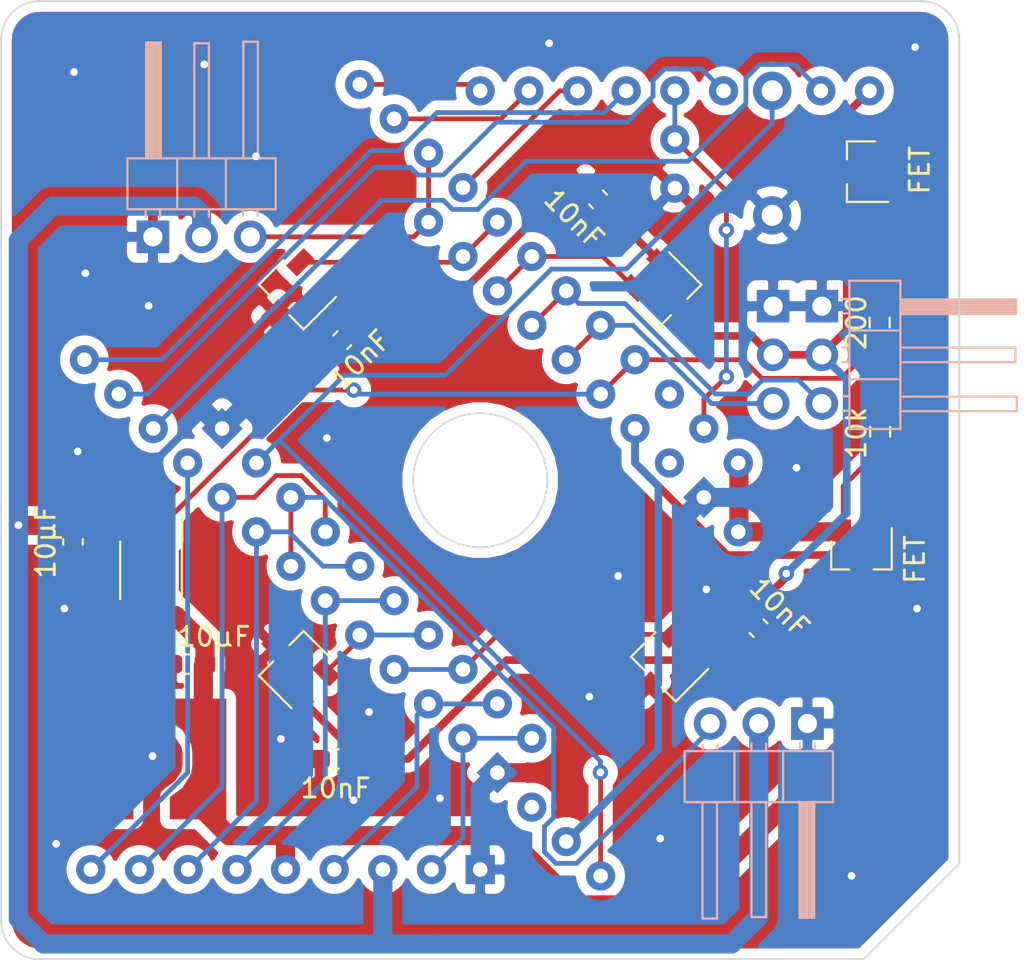
<source format=kicad_pcb>
(kicad_pcb (version 20171130) (host pcbnew 5.1.10-88a1d61d58~88~ubuntu18.04.1)
  (layers (0 F.Cu signal) (31 B.Cu signal) (34 B.Paste user) (35 F.Paste user) (36 B.SilkS user) (37 F.SilkS user) (38 B.Mask user) (39 F.Mask user) (44 Edge.Cuts user))
  (net 0 "")
  (net 1 "Net-(L1-Pad1)")
  (net 2 "Net-(U1-Pad3)")
  (net 3 "Net-(U1-Pad2)")
  (net 4 "Net-(U2-Pad26)")
  (net 5 "Net-(U2-Pad3)")
  (net 6 "Net-(U3-Pad18)")
  (net 7 GND)
  (net 8 HallLeft)
  (net 9 HallRear)
  (net 10 HallRight)
  (net 11 HallFront)
  (net 12 5V_Rail)
  (net 13 ServoFront)
  (net 14 ServoRear)
  (net 15 LidarFront)
  (net 16 PWR_EN)
  (net 17 LidarRear)
  (net 18 "Net-(Q1-Pad1)")
  (net 19 VBAT_Drain)
  (net 20 3V3_Drain)
  (net 21 3V3_Source)
  (net 22 VBAT_Source)
  (net 23 DAC1)
  (net 24 DAC2)
  (net 25 GPIO21)
  (net 26 TX)
  (net 27 RX)
  (net 28 MISO)
  (net 29 MOSI)
  (net 30 SCK)
  (net 31 GPIO36)
  (net 32 EN)
  (net 33 GPIO32)
  (net 34 SCL)
  (net 35 SDA)
  (net 36 Reset)
  (module 222footprints:XpansionHeader (layer F.Cu) (at 100 100)
    (fp_text reference X1 hide)
    (fp_text value XpansionHeader hide)
    (pad 52 thru_hole circle (at 10.16 -15.24) (size 1.524 1.524) (drill 0.762) (layers *.Cu *.Mask) (net 7 GND))
    (pad 51 thru_hole circle (at 10.16 -17.78) (size 1.524 1.524) (drill 0.762) (layers *.Cu *.Mask) (net 32 EN))
    (pad 31 thru_hole circle (at 15.24 -13.82) (size 2 2) (drill 1.1) (layers *.Cu *.Mask) (net 7 GND))
    (pad 2 thru_hole circle (at 17.78 -20.32) (size 1.524 1.524) (drill 0.762) (layers *.Cu *.Mask) (net 27 RX))
    (pad 9 thru_hole circle (at 0 -20.32) (size 1.524 1.524) (drill 0.762) (layers *.Cu *.Mask) (net 35 SDA))
    (pad 8 thru_hole circle (at 2.54 -20.32) (size 1.524 1.524) (drill 0.762) (layers *.Cu *.Mask) (net 34 SCL))
    (pad 7 thru_hole circle (at 5.08 -20.32) (size 1.524 1.524) (drill 0.762) (layers *.Cu *.Mask) (net 33 GPIO32))
    (pad 6 thru_hole circle (at 7.62 -20.32) (size 1.524 1.524) (drill 0.762) (layers *.Cu *.Mask) (net 25 GPIO21))
    (pad 5 thru_hole circle (at 10.16 -20.32) (size 1.524 1.524) (drill 0.762) (layers *.Cu *.Mask) (net 32 EN))
    (pad 4 thru_hole circle (at 12.7 -20.32) (size 1.524 1.524) (drill 0.762) (layers *.Cu *.Mask) (net 26 TX))
    (pad 3 thru_hole circle (at 15.24 -20.32) (size 2 2) (drill 1.1) (layers *.Cu *.Mask) (net 36 Reset))
    (pad 1 thru_hole circle (at 20.32 -20.32) (size 1.524 1.524) (drill 0.762) (layers *.Cu *.Mask) (net 20 3V3_Drain))
    (pad 10 thru_hole rect (at 0 20.32 90) (size 1.524 1.524) (drill 0.762) (layers *.Cu *.Mask) (net 7 GND))
    (pad 11 thru_hole circle (at -2.54 20.32) (size 1.524 1.524) (drill 0.762) (layers *.Cu *.Mask) (net 24 DAC2))
    (pad 12 thru_hole circle (at -5.08 20.32 90) (size 1.524 1.524) (drill 0.762) (layers *.Cu *.Mask) (net 12 5V_Rail))
    (pad 13 thru_hole circle (at -7.62 20.32) (size 1.524 1.524) (drill 0.762) (layers *.Cu *.Mask) (net 23 DAC1))
    (pad 14 thru_hole circle (at -10.16 20.32) (size 1.524 1.524) (drill 0.762) (layers *.Cu *.Mask) (net 19 VBAT_Drain))
    (pad 15 thru_hole circle (at -12.7 20.32) (size 1.524 1.524) (drill 0.762) (layers *.Cu *.Mask) (net 31 GPIO36))
    (pad 16 thru_hole circle (at -15.24 20.32) (size 1.524 1.524) (drill 0.762) (layers *.Cu *.Mask) (net 30 SCK))
    (pad 17 thru_hole circle (at -17.78 20.32) (size 1.524 1.524) (drill 0.762) (layers *.Cu *.Mask) (net 29 MOSI))
    (pad 18 thru_hole circle (at -20.32 20.32) (size 1.524 1.524) (drill 0.762) (layers *.Cu *.Mask) (net 28 MISO))
  )
  (module 222footprints:SOT-23_Handsolder (layer F.Cu) (at 119.9 103.9 270)
    (fp_text reference Q2)
    (fp_text value FET (at 0.24 -2.782 90) (layer F.SilkS))
    (pad 3 smd rect (at 1.2 0 270) (size 1.3 0.8) (layers F.Cu F.Paste F.Mask) (net 19 VBAT_Drain))
    (pad 2 smd rect (at -1.2 0.95 270) (size 1.3 0.8) (layers F.Cu F.Paste F.Mask) (net 22 VBAT_Source))
    (pad 1 smd rect (at -1.2 -0.95 270) (size 1.3 0.8) (layers F.Cu F.Paste F.Mask) (net 18 "Net-(Q1-Pad1)"))
  )
  (module Resistor_SMD:R_0603_1608Metric_Pad0.98x0.95mm_HandSolder (layer F.Cu) (at 120.85 91.775 90)
    (fp_text reference R2)
    (fp_text value 200 (at 0 -1.216 90) (layer F.SilkS))
    (pad 2 smd roundrect (at 0.9125 0 90) (size 0.975 0.95) (layers F.Cu F.Paste F.Mask) (net 18 "Net-(Q1-Pad1)"))
    (pad 1 smd roundrect (at -0.9125 0 90) (size 0.975 0.95) (layers F.Cu F.Paste F.Mask) (net 16 PWR_EN))
  )
  (module 222footprints:PinHeader_Servo (layer B.Cu) (at 115.29 96)
    (fp_text reference J4)
    (fp_text value Conn_01x03)
    (pad 3 thru_hole circle (at 0 0) (size 1.7 1.7) (drill 1) (layers *.Cu *.Mask) (net 17 LidarRear))
    (pad 2 thru_hole oval (at 0 -2.54) (size 1.7 1.7) (drill 1) (layers *.Cu *.Mask) (net 20 3V3_Drain))
    (pad 1 thru_hole rect (at 0 -5.08) (size 1.7 1.7) (drill 1) (layers *.Cu *.Mask) (net 7 GND))
  )
  (module 222footprints:PinHeader_Servo (layer B.Cu) (at 117.83 96)
    (fp_text reference J3 hide)
    (fp_text value Conn_01x03)
    (pad 3 thru_hole circle (at 0 0) (size 1.7 1.7) (drill 1) (layers *.Cu *.Mask) (net 15 LidarFront))
    (pad 2 thru_hole oval (at 0 -2.54) (size 1.7 1.7) (drill 1) (layers *.Cu *.Mask) (net 20 3V3_Drain))
    (pad 1 thru_hole rect (at 0 -5.08) (size 1.7 1.7) (drill 1) (layers *.Cu *.Mask) (net 7 GND))
  )
  (module 222footprints:710-744052005 (layer F.Cu) (at 82.85 114.55 90)
    (fp_text reference L1)
    (fp_text value L)
    (pad 2 smd custom (at 0 2.7 270) (size 6.3 0.95) (layers F.Cu F.Paste F.Mask) (net 19 VBAT_Drain) (options (clearance outline) (anchor rect)) (primitives (gr_poly (pts (xy -1.984 1.75) (xy -1.499 1.089) (xy -0.805 0.65) (xy 0 0.5) (xy 0.805 0.65) (xy 1.499 1.089) (xy 1.984 1.75) (xy 3.15 1.75) (xy 3.15 -1.2) (xy -3.15 -1.2) (xy -3.15 1.75)) (width 0))))
    (pad 1 smd custom (at 0 -2.7 90) (size 6.3 0.95) (layers F.Cu F.Paste F.Mask) (net 1 "Net-(L1-Pad1)") (options (clearance outline) (anchor rect)) (primitives (gr_poly (pts (xy -1.984 1.75) (xy -1.499 1.089) (xy -0.805 0.65) (xy 0 0.5) (xy 0.805 0.65) (xy 1.499 1.089) (xy 1.984 1.75) (xy 3.15 1.75) (xy 3.15 -1.2) (xy -3.15 -1.2) (xy -3.15 1.75)) (width 0))))
  )
  (module 222footprints:SC-59_Handsolder (layer F.Cu) (at 90.29 90.29 225)
    (fp_text reference U7)
    (fp_text value AH1815)
    (pad 3 smd rect (at 1.4 0 225) (size 1.3 0.8) (layers F.Cu F.Paste F.Mask) (net 7 GND))
    (pad 2 smd rect (at -1.4 0.95 225) (size 1.3 0.8) (layers F.Cu F.Paste F.Mask) (net 8 HallLeft))
    (pad 1 smd rect (at -1.4 -0.95 225) (size 1.3 0.8) (layers F.Cu F.Paste F.Mask) (net 20 3V3_Drain))
  )
  (module 222footprints:SC-59_Handsolder (layer F.Cu) (at 109.71 90.29 315)
    (fp_text reference U6)
    (fp_text value AH1815)
    (pad 3 smd rect (at 1.4 0 315) (size 1.3 0.8) (layers F.Cu F.Paste F.Mask) (net 7 GND))
    (pad 2 smd rect (at -1.4 0.95 315) (size 1.3 0.8) (layers F.Cu F.Paste F.Mask) (net 9 HallRear))
    (pad 1 smd rect (at -1.4 -0.95 315) (size 1.3 0.8) (layers F.Cu F.Paste F.Mask) (net 20 3V3_Drain))
  )
  (module 222footprints:SC-59_Handsolder (layer F.Cu) (at 109.71 109.71 225)
    (fp_text reference U5)
    (fp_text value AH1815)
    (pad 3 smd rect (at 1.4 0 225) (size 1.3 0.8) (layers F.Cu F.Paste F.Mask) (net 7 GND))
    (pad 2 smd rect (at -1.4 0.95 225) (size 1.3 0.8) (layers F.Cu F.Paste F.Mask) (net 10 HallRight))
    (pad 1 smd rect (at -1.4 -0.95 225) (size 1.3 0.8) (layers F.Cu F.Paste F.Mask) (net 20 3V3_Drain))
  )
  (module 222footprints:SC-59_Handsolder (layer F.Cu) (at 90.29 109.71 135)
    (fp_text reference U4)
    (fp_text value AH1815)
    (pad 3 smd rect (at 1.4 0 135) (size 1.3 0.8) (layers F.Cu F.Paste F.Mask) (net 7 GND))
    (pad 2 smd rect (at -1.4 0.95 135) (size 1.3 0.8) (layers F.Cu F.Paste F.Mask) (net 11 HallFront))
    (pad 1 smd rect (at -1.4 -0.95 135) (size 1.3 0.8) (layers F.Cu F.Paste F.Mask) (net 20 3V3_Drain))
  )
  (module 222footprints:MSOP-8_Handsolder (layer F.Cu) (at 82.8221 104.7075 270)
    (fp_text reference U1)
    (fp_text value MCP1642B)
    (pad 9 smd rect (at 0 0 270) (size 1.68 1.88) (layers F.Cu F.Mask))
    (pad 8 smd roundrect (at 2.35 -0.975 270) (size 1.85 0.4) (layers F.Cu F.Paste F.Mask) (net 19 VBAT_Drain))
    (pad 7 smd roundrect (at 2.35 -0.325 270) (size 1.85 0.4) (layers F.Cu F.Paste F.Mask) (net 7 GND))
    (pad 6 smd roundrect (at 2.35 0.325 270) (size 1.85 0.4) (layers F.Cu F.Paste F.Mask) (net 7 GND))
    (pad 5 smd roundrect (at 2.35 0.975 270) (size 1.85 0.4) (layers F.Cu F.Paste F.Mask) (net 1 "Net-(L1-Pad1)"))
    (pad 4 smd roundrect (at -2.35 0.975 270) (size 1.85 0.4) (layers F.Cu F.Paste F.Mask) (net 12 5V_Rail))
    (pad 3 smd roundrect (at -2.35 0.325 270) (size 1.85 0.4) (layers F.Cu F.Paste F.Mask) (net 2 "Net-(U1-Pad3)"))
    (pad 2 smd roundrect (at -2.35 -0.325 270) (size 1.85 0.4) (layers F.Cu F.Paste F.Mask) (net 3 "Net-(U1-Pad2)"))
    (pad 1 smd roundrect (at -2.35 -0.975 270) (size 1.85 0.4) (layers F.Cu F.Paste F.Mask) (net 16 PWR_EN))
  )
  (module 222footprints:SOT-23_Handsolder (layer F.Cu) (at 119.9 83.9 180)
    (fp_text reference Q1)
    (fp_text value FET (at -3.036 0.08 270) (layer F.SilkS))
    (pad 1 smd rect (at -1.2 -0.95 180) (size 1.3 0.8) (layers F.Cu F.Paste F.Mask) (net 18 "Net-(Q1-Pad1)"))
    (pad 2 smd rect (at -1.2 0.95 180) (size 1.3 0.8) (layers F.Cu F.Paste F.Mask) (net 21 3V3_Source))
    (pad 3 smd rect (at 1.2 0 180) (size 1.3 0.8) (layers F.Cu F.Paste F.Mask) (net 20 3V3_Drain))
  )
  (module 222footprints:HUZZAH32 (layer F.Cu) (at 100 100 225)
    (fp_text reference U2 hide)
    (fp_text value HUZZAH32 hide)
    (pad 28 thru_hole circle (at -10.16 -8.89 225) (size 1.524 1.524) (drill 0.762) (layers *.Cu *.Mask) (net 22 VBAT_Source))
    (pad 27 thru_hole circle (at -10.16 -6.35 225) (size 1.524 1.524) (drill 0.762) (layers *.Cu *.Mask) (net 32 EN))
    (pad 26 thru_hole circle (at -10.16 -3.81 225) (size 1.524 1.524) (drill 0.762) (layers *.Cu *.Mask) (net 4 "Net-(U2-Pad26)"))
    (pad 25 thru_hole circle (at -10.16 -1.27 225) (size 1.524 1.524) (drill 0.762) (layers *.Cu *.Mask) (net 16 PWR_EN))
    (pad 24 thru_hole circle (at -10.16 1.27 225) (size 1.524 1.524) (drill 0.762) (layers *.Cu *.Mask) (net 17 LidarRear))
    (pad 23 thru_hole circle (at -10.16 3.81 225) (size 1.524 1.524) (drill 0.762) (layers *.Cu *.Mask) (net 15 LidarFront))
    (pad 22 thru_hole circle (at -10.16 6.35 225) (size 1.524 1.524) (drill 0.762) (layers *.Cu *.Mask) (net 9 HallRear))
    (pad 21 thru_hole circle (at -10.16 8.89 225) (size 1.524 1.524) (drill 0.762) (layers *.Cu *.Mask) (net 8 HallLeft))
    (pad 20 thru_hole circle (at -10.16 11.43 225) (size 1.524 1.524) (drill 0.762) (layers *.Cu *.Mask) (net 33 GPIO32))
    (pad 19 thru_hole circle (at -10.16 13.97 225) (size 1.524 1.524) (drill 0.762) (layers *.Cu *.Mask) (net 13 ServoFront))
    (pad 18 thru_hole circle (at -10.16 16.51 225) (size 1.524 1.524) (drill 0.762) (layers *.Cu *.Mask) (net 34 SCL))
    (pad 17 thru_hole circle (at -10.16 19.05 225) (size 1.524 1.524) (drill 0.762) (layers *.Cu *.Mask) (net 35 SDA))
    (pad 16 thru_hole circle (at 10.16 19.05 225) (size 1.524 1.524) (drill 0.762) (layers *.Cu *.Mask) (net 25 GPIO21))
    (pad 15 thru_hole circle (at 10.16 16.51 225) (size 1.524 1.524) (drill 0.762) (layers *.Cu *.Mask) (net 26 TX))
    (pad 14 thru_hole circle (at 10.16 13.97 225) (size 1.524 1.524) (drill 0.762) (layers *.Cu *.Mask) (net 27 RX))
    (pad 13 thru_hole circle (at 10.16 11.43 225) (size 1.524 1.524) (drill 0.762) (layers *.Cu *.Mask) (net 28 MISO))
    (pad 12 thru_hole circle (at 10.16 8.89 225) (size 1.524 1.524) (drill 0.762) (layers *.Cu *.Mask) (net 29 MOSI))
    (pad 11 thru_hole circle (at 10.16 6.35 225) (size 1.524 1.524) (drill 0.762) (layers *.Cu *.Mask) (net 30 SCK))
    (pad 10 thru_hole circle (at 10.16 3.81 225) (size 1.524 1.524) (drill 0.762) (layers *.Cu *.Mask) (net 14 ServoRear))
    (pad 9 thru_hole circle (at 10.16 1.27 225) (size 1.524 1.524) (drill 0.762) (layers *.Cu *.Mask) (net 31 GPIO36))
    (pad 8 thru_hole circle (at 10.16 -1.27 225) (size 1.524 1.524) (drill 0.762) (layers *.Cu *.Mask) (net 11 HallFront))
    (pad 7 thru_hole circle (at 10.16 -3.81 225) (size 1.524 1.524) (drill 0.762) (layers *.Cu *.Mask) (net 10 HallRight))
    (pad 6 thru_hole circle (at 10.16 -6.35 225) (size 1.524 1.524) (drill 0.762) (layers *.Cu *.Mask) (net 23 DAC1))
    (pad 5 thru_hole circle (at 10.16 -8.89 225) (size 1.524 1.524) (drill 0.762) (layers *.Cu *.Mask) (net 24 DAC2))
    (pad 4 thru_hole rect (at 10.16 -11.43 225) (size 1.524 1.524) (drill 0.762) (layers *.Cu *.Mask) (net 7 GND))
    (pad 3 thru_hole circle (at 10.16 -13.97 225) (size 1.524 1.524) (drill 0.762) (layers *.Cu *.Mask) (net 5 "Net-(U2-Pad3)"))
    (pad 2 thru_hole circle (at 10.16 -16.51 225) (size 1.524 1.524) (drill 0.762) (layers *.Cu *.Mask) (net 21 3V3_Source))
    (pad 1 thru_hole circle (at 10.16 -19.05 225) (size 1.524 1.524) (drill 0.762) (layers *.Cu *.Mask) (net 36 Reset))
  )
  (module Capacitor_SMD:C_0603_1608Metric_Pad1.08x0.95mm_HandSolder (layer F.Cu) (at 114.525 107.725 315)
    (fp_text reference C5 hide)
    (fp_text value 10nF (at 0 -1.55 135) (layer F.SilkS))
    (pad 2 smd roundrect (at 0.8625 0 315) (size 1.075 0.95) (layers F.Cu F.Paste F.Mask) (net 7 GND))
    (pad 1 smd roundrect (at -0.8625 0 315) (size 1.075 0.95) (layers F.Cu F.Paste F.Mask) (net 20 3V3_Drain))
  )
  (module 222footprints:PinHeader_Servo (layer B.Cu) (at 112 112.7 270)
    (fp_text reference J2 hide)
    (fp_text value Conn_01x03)
    (pad 3 thru_hole circle (at 0 0 270) (size 1.7 1.7) (drill 1) (layers *.Cu *.Mask) (net 14 ServoRear))
    (pad 2 thru_hole oval (at 0 -2.54 270) (size 1.7 1.7) (drill 1) (layers *.Cu *.Mask) (net 12 5V_Rail))
    (pad 1 thru_hole rect (at 0 -5.08 270) (size 1.7 1.7) (drill 1) (layers *.Cu *.Mask) (net 7 GND))
  )
  (module Resistor_SMD:R_0603_1608Metric_Pad0.98x0.95mm_HandSolder (layer F.Cu) (at 120.875 97.475 90)
    (fp_text reference R1)
    (fp_text value 10k (at -0.061 -1.241 90) (layer F.SilkS))
    (pad 2 smd roundrect (at 0.9125 0 90) (size 0.975 0.95) (layers F.Cu F.Paste F.Mask) (net 18 "Net-(Q1-Pad1)"))
    (pad 1 smd roundrect (at -0.9125 0 90) (size 0.975 0.95) (layers F.Cu F.Paste F.Mask) (net 22 VBAT_Source))
  )
  (module 222footprints:PinHeader_Servo (layer B.Cu) (at 88 87.3 90)
    (fp_text reference J1 hide)
    (fp_text value Conn_01x03)
    (pad 3 thru_hole circle (at 0 0 90) (size 1.7 1.7) (drill 1) (layers *.Cu *.Mask) (net 13 ServoFront))
    (pad 2 thru_hole oval (at 0 -2.54 90) (size 1.7 1.7) (drill 1) (layers *.Cu *.Mask) (net 12 5V_Rail))
    (pad 1 thru_hole rect (at 0 -5.08 90) (size 1.7 1.7) (drill 1) (layers *.Cu *.Mask) (net 7 GND))
  )
  (module 222footprints:Tinypico (layer F.Cu) (at 100 100 225)
    (fp_text reference U3 hide)
    (fp_text value Tinypico hide)
    (pad 1 thru_hole circle (at 7.62 -11.43 225) (size 1.524 1.524) (drill 0.762) (layers *.Cu *.Mask) (net 24 DAC2))
    (pad 2 thru_hole circle (at 7.62 -8.89 225) (size 1.524 1.524) (drill 0.762) (layers *.Cu *.Mask) (net 23 DAC1))
    (pad 3 thru_hole circle (at 7.62 -6.35 225) (size 1.524 1.524) (drill 0.762) (layers *.Cu *.Mask) (net 10 HallRight))
    (pad 4 thru_hole circle (at 7.62 -3.81 225) (size 1.524 1.524) (drill 0.762) (layers *.Cu *.Mask) (net 11 HallFront))
    (pad 5 thru_hole circle (at 7.62 -1.27 225) (size 1.524 1.524) (drill 0.762) (layers *.Cu *.Mask) (net 31 GPIO36))
    (pad 6 thru_hole circle (at 7.62 1.27 225) (size 1.524 1.524) (drill 0.762) (layers *.Cu *.Mask) (net 30 SCK))
    (pad 7 thru_hole circle (at 7.62 3.81 225) (size 1.524 1.524) (drill 0.762) (layers *.Cu *.Mask) (net 29 MOSI))
    (pad 8 thru_hole circle (at 7.62 6.35 225) (size 1.524 1.524) (drill 0.762) (layers *.Cu *.Mask) (net 14 ServoRear))
    (pad 9 thru_hole circle (at 7.62 8.89 225) (size 1.524 1.524) (drill 0.762) (layers *.Cu *.Mask) (net 36 Reset))
    (pad 10 thru_hole rect (at 7.62 11.43 225) (size 1.524 1.524) (drill 0.762) (layers *.Cu *.Mask) (net 7 GND))
    (pad 11 thru_hole circle (at -7.62 11.43 225) (size 1.524 1.524) (drill 0.762) (layers *.Cu *.Mask) (net 13 ServoFront))
    (pad 12 thru_hole circle (at -7.62 8.89 225) (size 1.524 1.524) (drill 0.762) (layers *.Cu *.Mask) (net 8 HallLeft))
    (pad 13 thru_hole circle (at -7.62 6.35 225) (size 1.524 1.524) (drill 0.762) (layers *.Cu *.Mask) (net 9 HallRear))
    (pad 14 thru_hole circle (at -7.62 3.81 225) (size 1.524 1.524) (drill 0.762) (layers *.Cu *.Mask) (net 15 LidarFront))
    (pad 15 thru_hole circle (at -7.62 1.27 225) (size 1.524 1.524) (drill 0.762) (layers *.Cu *.Mask) (net 17 LidarRear))
    (pad 16 thru_hole circle (at -7.62 -1.27 225) (size 1.524 1.524) (drill 0.762) (layers *.Cu *.Mask) (net 16 PWR_EN))
    (pad 17 thru_hole circle (at -7.62 -3.81 225) (size 1.524 1.524) (drill 0.762) (layers *.Cu *.Mask) (net 21 3V3_Source))
    (pad 18 thru_hole circle (at -7.62 -6.35 225) (size 1.524 1.524) (drill 0.762) (layers *.Cu *.Mask) (net 6 "Net-(U3-Pad18)"))
    (pad 19 thru_hole rect (at -7.62 -8.89 225) (size 1.524 1.524) (drill 0.762) (layers *.Cu *.Mask) (net 7 GND))
    (pad 20 thru_hole circle (at -7.62 -11.43 225) (size 1.524 1.524) (drill 0.762) (layers *.Cu *.Mask) (net 22 VBAT_Source))
  )
  (module Capacitor_SMD:C_0603_1608Metric_Pad1.08x0.95mm_HandSolder (layer F.Cu) (at 92.8 92.7 225)
    (fp_text reference C11 hide)
    (fp_text value 10nF (at 0.05 -1.4 45) (layer F.SilkS))
    (pad 2 smd roundrect (at 0.8625 0 225) (size 1.075 0.95) (layers F.Cu F.Paste F.Mask) (net 7 GND))
    (pad 1 smd roundrect (at -0.8625 0 225) (size 1.075 0.95) (layers F.Cu F.Paste F.Mask) (net 20 3V3_Drain))
  )
  (module Capacitor_SMD:C_0603_1608Metric_Pad1.08x0.95mm_HandSolder (layer F.Cu) (at 92.475 114.55 180)
    (fp_text reference C9 hide)
    (fp_text value 10nF (at 0.019 -1.528) (layer F.SilkS))
    (pad 2 smd roundrect (at 0.8625 0 180) (size 1.075 0.95) (layers F.Cu F.Paste F.Mask) (net 7 GND))
    (pad 1 smd roundrect (at -0.8625 0 180) (size 1.075 0.95) (layers F.Cu F.Paste F.Mask) (net 20 3V3_Drain))
  )
  (module Capacitor_SMD:C_0603_1608Metric_Pad1.08x0.95mm_HandSolder (layer F.Cu) (at 106.15 85.35 135)
    (fp_text reference C7 hide)
    (fp_text value 10nF (at 0.168291 -1.596647 135) (layer F.SilkS))
    (pad 2 smd roundrect (at 0.8625 0 135) (size 1.075 0.95) (layers F.Cu F.Paste F.Mask) (net 7 GND))
    (pad 1 smd roundrect (at -0.8625 0 135) (size 1.075 0.95) (layers F.Cu F.Paste F.Mask) (net 20 3V3_Drain))
  )
  (module Capacitor_SMD:C_0603_1608Metric_Pad1.08x0.95mm_HandSolder (layer F.Cu) (at 78.75 103.225 270)
    (fp_text reference C2 hide)
    (fp_text value 10μF (at 0 1.43 90) (layer F.SilkS))
    (pad 2 smd roundrect (at 0.8625 0 270) (size 1.075 0.95) (layers F.Cu F.Paste F.Mask) (net 7 GND))
    (pad 1 smd roundrect (at -0.8625 0 270) (size 1.075 0.95) (layers F.Cu F.Paste F.Mask) (net 12 5V_Rail))
  )
  (module Capacitor_SMD:C_0603_1608Metric_Pad1.08x0.95mm_HandSolder (layer F.Cu) (at 84.775 109.6 180)
    (fp_text reference C1 hide)
    (fp_text value 10μF (at -1.331 1.43) (layer F.SilkS))
    (pad 2 smd roundrect (at 0.8625 0 180) (size 1.075 0.95) (layers F.Cu F.Paste F.Mask) (net 7 GND))
    (pad 1 smd roundrect (at -0.8625 0 180) (size 1.075 0.95) (layers F.Cu F.Paste F.Mask) (net 19 VBAT_Drain))
  )
  (gr_line (start 120 125) (end 125 120) (layer Edge.Cuts) (width 0.1))
  (gr_arc (start 77 123) (end 75 123) (angle -90) (layer Edge.Cuts) (width 0.1))
  (gr_arc (start 123 77) (end 125 77) (angle -90) (layer Edge.Cuts) (width 0.1))
  (gr_arc (start 77 77) (end 77 75) (angle -90) (layer Edge.Cuts) (width 0.1))
  (gr_circle (center 100 100) (end 103.5 100) (layer Edge.Cuts) (width 0.1))
  (gr_line (start 75 123) (end 75 77) (layer Edge.Cuts) (width 0.1))
  (gr_line (start 77 125) (end 120 125) (layer Edge.Cuts) (width 0.1))
  (gr_line (start 125 120) (end 125 77) (layer Edge.Cuts) (width 0.1))
  (gr_line (start 77 75) (end 123 75) (layer Edge.Cuts) (width 0.1))
  (segment (start 80.15 108.45459) (end 81.54709 107.0575) (width 1) (layer F.Cu) (net 1))
  (segment (start 80.15 114.55) (end 80.15 108.45459) (width 1) (layer F.Cu) (net 1))
  (segment (start 83.14709 108.83459) (end 83.14709 107.0575) (width 0.4) (layer F.Cu) (net 7))
  (segment (start 83.9125 109.6) (end 83.14709 108.83459) (width 0.4) (layer F.Cu) (net 7))
  (segment (start 82.4971 108.1846) (end 83.9125 109.6) (width 0.4) (layer F.Cu) (net 7))
  (segment (start 82.4971 107.0575) (end 82.4971 108.1846) (width 0.4) (layer F.Cu) (net 7))
  (segment (start 83.9125 109.6) (end 82.79711 108.48461) (width 1) (layer F.Cu) (net 7))
  (segment (start 100 116.164461) (end 100 120.32) (width 1) (layer B.Cu) (net 7))
  (segment (start 100.898026 115.266435) (end 100 116.164461) (width 1) (layer B.Cu) (net 7))
  (via (at 79.4 89.2) (size 0.8) (drill 0.4) (layers F.Cu B.Cu) (net 7))
  (via (at 82.7 90.9) (size 0.8) (drill 0.4) (layers F.Cu B.Cu) (net 7))
  (via (at 79 98.5) (size 0.8) (drill 0.4) (layers F.Cu B.Cu) (net 7))
  (via (at 78.3 106.7) (size 0.8) (drill 0.4) (layers F.Cu B.Cu) (net 7))
  (via (at 82.9 114.4) (size 0.8) (drill 0.4) (layers F.Cu B.Cu) (net 7))
  (via (at 89.6 113.5) (size 0.8) (drill 0.4) (layers F.Cu B.Cu) (net 7))
  (via (at 107.2 105) (size 0.8) (drill 0.4) (layers F.Cu B.Cu) (net 7))
  (via (at 92 97.8) (size 0.8) (drill 0.4) (layers F.Cu B.Cu) (net 7))
  (via (at 105.7 111.3) (size 0.8) (drill 0.4) (layers F.Cu B.Cu) (net 7))
  (via (at 109.4 118.7) (size 0.8) (drill 0.4) (layers F.Cu B.Cu) (net 7))
  (via (at 93.4 116.7) (size 0.8) (drill 0.4) (layers F.Cu B.Cu) (net 7))
  (via (at 97.9 116.6) (size 0.8) (drill 0.4) (layers F.Cu B.Cu) (net 7))
  (via (at 94.2 112.1) (size 0.8) (drill 0.4) (layers F.Cu B.Cu) (net 7))
  (segment (start 111.674333 100.898026) (end 110.8 101.772359) (width 1) (layer B.Cu) (net 7))
  (segment (start 110.8 101.772359) (end 110.8 102.5) (width 1) (layer B.Cu) (net 7))
  (segment (start 111.674333 100.898026) (end 114.101974 100.898026) (width 1) (layer B.Cu) (net 7))
  (segment (start 103.466435 115.266435) (end 100.898026 115.266435) (width 1) (layer F.Cu) (net 7))
  (segment (start 100.898026 115.266435) (end 99.8 116.364461) (width 1) (layer F.Cu) (net 7))
  (segment (start 86.529616 97.305923) (end 85.323693 96.1) (width 1) (layer F.Cu) (net 7))
  (segment (start 86.529616 97.305923) (end 88 95.835539) (width 1) (layer F.Cu) (net 7))
  (segment (start 86.529616 97.305923) (end 87.635539 96.2) (width 1) (layer B.Cu) (net 7))
  (segment (start 86.529616 97.305923) (end 85.623693 96.4) (width 1) (layer B.Cu) (net 7))
  (segment (start 86.529616 97.305923) (end 85.723693 96.5) (width 0.4) (layer B.Cu) (net 7))
  (segment (start 85.541777 96.5) (end 83.2 98.841777) (width 0.4) (layer B.Cu) (net 7))
  (segment (start 85.723693 96.5) (end 85.541777 96.5) (width 0.4) (layer B.Cu) (net 7))
  (via (at 111.8 105.7) (size 0.8) (drill 0.4) (layers F.Cu B.Cu) (net 7))
  (via (at 119.38 120.65) (size 0.8) (drill 0.4) (layers F.Cu B.Cu) (net 7))
  (via (at 122.8 106.7) (size 0.8) (drill 0.4) (layers F.Cu B.Cu) (net 7))
  (via (at 122.7 77.4) (size 0.8) (drill 0.4) (layers F.Cu B.Cu) (net 7))
  (via (at 78.8 78.7) (size 0.8) (drill 0.4) (layers F.Cu B.Cu) (net 7))
  (via (at 88.3 83.1) (size 0.8) (drill 0.4) (layers F.Cu B.Cu) (net 7))
  (via (at 85.6 78.3) (size 0.8) (drill 0.4) (layers F.Cu B.Cu) (net 7))
  (via (at 116.51 99.35) (size 0.8) (drill 0.4) (layers F.Cu B.Cu) (net 7))
  (via (at 103.6 77.2) (size 0.8) (drill 0.4) (layers F.Cu B.Cu) (net 7))
  (via (at 77.87 118.98) (size 0.8) (drill 0.4) (layers F.Cu B.Cu) (net 7))
  (segment (start 98.799342 88.628299) (end 99.101974 88.325667) (width 0.25) (layer F.Cu) (net 8))
  (segment (start 90.608198 88.628299) (end 98.799342 88.628299) (width 0.25) (layer F.Cu) (net 8))
  (segment (start 99.863974 87.563668) (end 100.898026 86.529616) (width 0.25) (layer F.Cu) (net 8))
  (segment (start 99.101974 88.325667) (end 99.863974 87.563668) (width 0.25) (layer F.Cu) (net 8))
  (segment (start 100.898026 90.121718) (end 102.694077 88.325667) (width 0.25) (layer F.Cu) (net 9))
  (segment (start 106.402164 88.325667) (end 108.048299 89.971802) (width 0.25) (layer F.Cu) (net 9))
  (segment (start 102.694077 88.325667) (end 106.402164 88.325667) (width 0.25) (layer F.Cu) (net 9))
  (segment (start 100.931957 108.048299) (end 99.101974 109.878282) (width 0.25) (layer F.Cu) (net 10))
  (segment (start 110.028198 108.048299) (end 100.931957 108.048299) (width 0.25) (layer F.Cu) (net 10))
  (segment (start 99.101974 109.878282) (end 95.509872 109.878282) (width 0.25) (layer B.Cu) (net 10))
  (segment (start 93.713821 108.266078) (end 93.713821 108.082231) (width 0.25) (layer F.Cu) (net 11))
  (segment (start 91.951701 110.028198) (end 93.713821 108.266078) (width 0.25) (layer F.Cu) (net 11))
  (segment (start 97.305923 108.082231) (end 93.713821 108.082231) (width 0.25) (layer B.Cu) (net 11))
  (segment (start 81.54209 102.3625) (end 81.54709 102.3575) (width 1) (layer F.Cu) (net 12))
  (segment (start 78.75 102.3625) (end 81.54209 102.3625) (width 1) (layer F.Cu) (net 12))
  (via (at 75.9 102.35) (size 0.8) (drill 0.4) (layers F.Cu B.Cu) (net 12))
  (segment (start 78.75 102.3625) (end 75.9125 102.3625) (width 1) (layer F.Cu) (net 12))
  (segment (start 75.9125 102.3625) (end 75.9 102.35) (width 1) (layer F.Cu) (net 12))
  (segment (start 114.54 122.785) (end 114.54 112.7) (width 1) (layer B.Cu) (net 12))
  (segment (start 113.12501 124.19999) (end 114.54 122.785) (width 1) (layer B.Cu) (net 12))
  (segment (start 75.9 102.35) (end 75.9 122.89107) (width 1) (layer B.Cu) (net 12))
  (segment (start 75.9 122.89107) (end 77.20892 124.19999) (width 1) (layer B.Cu) (net 12))
  (segment (start 77.675001 85.699999) (end 75.9 87.475) (width 1) (layer B.Cu) (net 12))
  (segment (start 85.06208 85.699999) (end 77.675001 85.699999) (width 1) (layer B.Cu) (net 12))
  (segment (start 85.46 86.097919) (end 85.06208 85.699999) (width 1) (layer B.Cu) (net 12))
  (segment (start 85.46 87.3) (end 85.46 86.097919) (width 1) (layer B.Cu) (net 12))
  (segment (start 75.9 102.35) (end 75.9 87.475) (width 1) (layer B.Cu) (net 12))
  (segment (start 97.64999 124.19999) (end 113.12501 124.19999) (width 1) (layer B.Cu) (net 12))
  (segment (start 94.92 123.945) (end 95.17499 124.19999) (width 1) (layer B.Cu) (net 12))
  (segment (start 94.92 120.32) (end 94.92 123.945) (width 1) (layer B.Cu) (net 12))
  (segment (start 77.20892 124.19999) (end 95.17499 124.19999) (width 1) (layer B.Cu) (net 12))
  (segment (start 95.17499 124.19999) (end 97.64999 124.19999) (width 1) (layer B.Cu) (net 12))
  (segment (start 96.535539 87.3) (end 97.305923 86.529616) (width 0.25) (layer F.Cu) (net 13))
  (segment (start 88 87.3) (end 96.535539 87.3) (width 0.25) (layer F.Cu) (net 13))
  (segment (start 97.305923 86.529616) (end 97.305923 82.937513) (width 0.25) (layer F.Cu) (net 13))
  (segment (start 91.80448 100.898026) (end 90.121718 100.898026) (width 0.25) (layer B.Cu) (net 14))
  (segment (start 103.831078 112.924624) (end 91.80448 100.898026) (width 0.25) (layer B.Cu) (net 14))
  (segment (start 103.831078 117.608248) (end 103.831078 112.924624) (width 0.25) (layer B.Cu) (net 14))
  (segment (start 103.353127 118.086199) (end 103.831078 117.608248) (width 0.25) (layer B.Cu) (net 14))
  (segment (start 103.353127 119.404299) (end 103.353127 118.086199) (width 0.25) (layer B.Cu) (net 14))
  (segment (start 103.944367 119.995539) (end 103.353127 119.404299) (width 0.25) (layer B.Cu) (net 14))
  (segment (start 105.035889 119.995539) (end 103.944367 119.995539) (width 0.25) (layer B.Cu) (net 14))
  (segment (start 112 113.031428) (end 105.035889 119.995539) (width 0.25) (layer B.Cu) (net 14))
  (segment (start 112 112.7) (end 112 113.031428) (width 0.25) (layer B.Cu) (net 14))
  (segment (start 90.121718 100.898026) (end 90.121718 104.490128) (width 0.25) (layer F.Cu) (net 14))
  (segment (start 102.694077 91.917769) (end 104.490128 90.121718) (width 0.25) (layer F.Cu) (net 15))
  (segment (start 114.00001 95.49999) (end 112.28211 95.49999) (width 0.25) (layer B.Cu) (net 15))
  (segment (start 114.725001 94.774999) (end 114.00001 95.49999) (width 0.25) (layer B.Cu) (net 15))
  (segment (start 117.83 96) (end 116.604999 94.774999) (width 0.25) (layer B.Cu) (net 15))
  (segment (start 116.604999 94.774999) (end 114.725001 94.774999) (width 0.25) (layer B.Cu) (net 15))
  (segment (start 105.149178 90.780768) (end 104.490128 90.121718) (width 0.25) (layer B.Cu) (net 15))
  (segment (start 107.562888 90.780768) (end 105.149178 90.780768) (width 0.25) (layer B.Cu) (net 15))
  (segment (start 112.28211 95.49999) (end 107.562888 90.780768) (width 0.25) (layer B.Cu) (net 15))
  (segment (start 107.048179 94.747873) (end 108.082231 93.713821) (width 0.25) (layer F.Cu) (net 16))
  (segment (start 106.286179 95.509872) (end 107.048179 94.747873) (width 0.25) (layer F.Cu) (net 16))
  (via (at 93.4 95.296834) (size 0.8) (drill 0.4) (layers F.Cu B.Cu) (net 16))
  (segment (start 106.286179 95.509872) (end 93.613038 95.509872) (width 0.25) (layer B.Cu) (net 16))
  (segment (start 93.613038 95.509872) (end 93.4 95.296834) (width 0.25) (layer B.Cu) (net 16))
  (segment (start 83.7971 101.947779) (end 83.7971 102.3575) (width 0.25) (layer F.Cu) (net 16))
  (segment (start 90.448045 95.296834) (end 83.7971 101.947779) (width 0.25) (layer F.Cu) (net 16))
  (segment (start 93.4 95.296834) (end 90.448045 95.296834) (width 0.25) (layer F.Cu) (net 16))
  (segment (start 118.852499 94.685001) (end 120.85 92.6875) (width 0.25) (layer F.Cu) (net 16))
  (segment (start 114.701999 94.685001) (end 118.852499 94.685001) (width 0.25) (layer F.Cu) (net 16))
  (segment (start 113.730819 93.713821) (end 114.701999 94.685001) (width 0.25) (layer F.Cu) (net 16))
  (segment (start 108.082231 93.713821) (end 113.730819 93.713821) (width 0.25) (layer F.Cu) (net 16))
  (segment (start 105.252127 92.951821) (end 106.286179 91.917769) (width 0.25) (layer F.Cu) (net 17))
  (segment (start 104.490128 93.713821) (end 105.252127 92.951821) (width 0.25) (layer F.Cu) (net 17))
  (segment (start 115.29 96) (end 112.075 96) (width 0.25) (layer B.Cu) (net 17))
  (segment (start 107.968941 91.917769) (end 106.286179 91.917769) (width 0.25) (layer B.Cu) (net 17))
  (segment (start 108.951172 92.9) (end 107.968941 91.917769) (width 0.25) (layer B.Cu) (net 17))
  (segment (start 108.975 92.9) (end 108.951172 92.9) (width 0.25) (layer B.Cu) (net 17))
  (segment (start 112.075 96) (end 108.975 92.9) (width 0.25) (layer B.Cu) (net 17))
  (segment (start 121.70001 91.71251) (end 121.70001 95.73749) (width 0.25) (layer F.Cu) (net 18))
  (segment (start 121.70001 95.73749) (end 120.875 96.5625) (width 0.25) (layer F.Cu) (net 18))
  (segment (start 120.85 90.8625) (end 121.70001 91.71251) (width 0.25) (layer F.Cu) (net 18))
  (segment (start 121.72501 101.82499) (end 120.85 102.7) (width 0.25) (layer F.Cu) (net 18))
  (segment (start 121.72501 97.41251) (end 121.72501 101.82499) (width 0.25) (layer F.Cu) (net 18))
  (segment (start 120.875 96.5625) (end 121.72501 97.41251) (width 0.25) (layer F.Cu) (net 18))
  (segment (start 121.1 90.6125) (end 120.85 90.8625) (width 0.25) (layer F.Cu) (net 18))
  (segment (start 121.1 84.85) (end 121.1 90.6125) (width 0.25) (layer F.Cu) (net 18))
  (segment (start 85.475 115.2) (end 85.475 112.8) (width 1) (layer F.Cu) (net 19))
  (segment (start 85.55 109.6875) (end 85.6375 109.6) (width 1) (layer F.Cu) (net 19))
  (segment (start 85.55 114.55) (end 85.55 109.6875) (width 1) (layer F.Cu) (net 19))
  (segment (start 85.6375 108.59789) (end 84.09711 107.0575) (width 1) (layer F.Cu) (net 19))
  (segment (start 85.6375 109.6) (end 85.6375 108.59789) (width 1) (layer F.Cu) (net 19))
  (segment (start 110.663412 122.16659) (end 104.99159 122.16659) (width 1) (layer F.Cu) (net 19))
  (segment (start 119.9 105.1) (end 119.9 112.930002) (width 1) (layer F.Cu) (net 19))
  (segment (start 119.9 112.930002) (end 110.663412 122.16659) (width 1) (layer F.Cu) (net 19))
  (segment (start 104.99159 122.16659) (end 101.375 118.55) (width 1) (layer F.Cu) (net 19))
  (segment (start 85.55 117.225) (end 85.55 114.55) (width 1) (layer F.Cu) (net 19))
  (segment (start 86.875 118.55) (end 85.55 117.225) (width 1) (layer F.Cu) (net 19))
  (segment (start 89.84 118.785) (end 90.075 118.55) (width 1) (layer F.Cu) (net 19))
  (segment (start 89.84 120.32) (end 89.84 118.785) (width 1) (layer F.Cu) (net 19))
  (segment (start 101.375 118.55) (end 90.075 118.55) (width 1) (layer F.Cu) (net 19))
  (segment (start 90.075 118.55) (end 86.875 118.55) (width 1) (layer F.Cu) (net 19))
  (segment (start 111.638438 109.391802) (end 113.91512 107.11512) (width 0.4) (layer F.Cu) (net 20))
  (segment (start 111.371701 109.391802) (end 111.638438 109.391802) (width 0.4) (layer F.Cu) (net 20))
  (segment (start 93.40988 91.429981) (end 91.951701 89.971802) (width 0.4) (layer F.Cu) (net 20))
  (segment (start 93.40988 92.09012) (end 93.40988 91.429981) (width 0.4) (layer F.Cu) (net 20))
  (segment (start 115.29 93.46) (end 117.83 93.46) (width 0.4) (layer F.Cu) (net 20))
  (via (at 115.975 104.875) (size 0.8) (drill 0.4) (layers F.Cu B.Cu) (net 20))
  (segment (start 119.130001 101.719999) (end 115.975 104.875) (width 0.4) (layer B.Cu) (net 20))
  (segment (start 117.83 93.46) (end 119.130001 94.760001) (width 0.4) (layer B.Cu) (net 20))
  (segment (start 119.130001 94.760001) (end 119.130001 101.719999) (width 0.4) (layer B.Cu) (net 20))
  (segment (start 115.975 105.05524) (end 113.91512 107.11512) (width 0.4) (layer F.Cu) (net 20))
  (segment (start 115.975 104.875) (end 115.975 105.05524) (width 0.4) (layer F.Cu) (net 20))
  (segment (start 93.3375 114.101003) (end 93.3375 114.55) (width 0.4) (layer F.Cu) (net 20))
  (segment (start 90.608198 111.371701) (end 93.3375 114.101003) (width 0.4) (layer F.Cu) (net 20))
  (segment (start 96.228596 114.55) (end 101.386794 109.391802) (width 0.4) (layer F.Cu) (net 20))
  (segment (start 101.386794 109.391802) (end 111.371701 109.391802) (width 0.4) (layer F.Cu) (net 20))
  (segment (start 93.3375 114.55) (end 96.228596 114.55) (width 0.4) (layer F.Cu) (net 20))
  (segment (start 103.211523 86.00988) (end 106.74012 86.00988) (width 0.4) (layer F.Cu) (net 20))
  (segment (start 97.131283 92.09012) (end 103.211523 86.00988) (width 0.4) (layer F.Cu) (net 20))
  (segment (start 93.40988 92.09012) (end 97.131283 92.09012) (width 0.4) (layer F.Cu) (net 20))
  (segment (start 106.773383 86.00988) (end 109.391802 88.628299) (width 0.4) (layer F.Cu) (net 20))
  (segment (start 106.74012 86.00988) (end 106.773383 86.00988) (width 0.4) (layer F.Cu) (net 20))
  (segment (start 110.690325 92.472421) (end 114.177579 92.472421) (width 0.4) (layer F.Cu) (net 20))
  (segment (start 109.391802 88.628299) (end 109.391802 91.173898) (width 0.4) (layer F.Cu) (net 20))
  (segment (start 109.391802 91.173898) (end 110.690325 92.472421) (width 0.4) (layer F.Cu) (net 20))
  (segment (start 115.165158 93.46) (end 115.29 93.46) (width 0.4) (layer F.Cu) (net 20))
  (segment (start 114.177579 92.472421) (end 115.165158 93.46) (width 0.4) (layer F.Cu) (net 20))
  (segment (start 118.7 81.3) (end 118.7 83.9) (width 0.4) (layer F.Cu) (net 20))
  (segment (start 120.32 79.68) (end 118.7 81.3) (width 0.4) (layer F.Cu) (net 20))
  (segment (start 119.130001 92.159999) (end 117.83 93.46) (width 0.4) (layer F.Cu) (net 20))
  (segment (start 119.130001 84.330001) (end 119.130001 92.159999) (width 0.4) (layer F.Cu) (net 20))
  (segment (start 118.7 83.9) (end 119.130001 84.330001) (width 0.4) (layer F.Cu) (net 20))
  (segment (start 108.082231 99.099685) (end 108.082231 97.305923) (width 0.4) (layer B.Cu) (net 21))
  (segment (start 109.296521 100.313975) (end 108.082231 99.099685) (width 0.4) (layer B.Cu) (net 21))
  (segment (start 109.296521 114.052145) (end 109.296521 100.313975) (width 0.4) (layer B.Cu) (net 21))
  (segment (start 104.490128 118.858538) (end 109.296521 114.052145) (width 0.4) (layer B.Cu) (net 21))
  (segment (start 108.082231 99.099686) (end 108.082231 97.305923) (width 0.4) (layer F.Cu) (net 21))
  (segment (start 121.503924 103.906078) (end 112.888623 103.906078) (width 0.4) (layer F.Cu) (net 21))
  (segment (start 122.30002 103.109982) (end 121.503924 103.906078) (width 0.4) (layer F.Cu) (net 21))
  (segment (start 112.888623 103.906078) (end 108.082231 99.099686) (width 0.4) (layer F.Cu) (net 21))
  (segment (start 122.30002 84.15002) (end 122.30002 103.109982) (width 0.4) (layer F.Cu) (net 21))
  (segment (start 121.1 82.95) (end 122.30002 84.15002) (width 0.4) (layer F.Cu) (net 21))
  (segment (start 113.501974 102.662487) (end 113.470384 102.694077) (width 1) (layer F.Cu) (net 22))
  (segment (start 113.501974 99.133564) (end 113.501974 102.662487) (width 1) (layer F.Cu) (net 22))
  (segment (start 113.470384 99.101974) (end 113.501974 99.133564) (width 1) (layer F.Cu) (net 22))
  (segment (start 118.944077 102.694077) (end 118.95 102.7) (width 1) (layer F.Cu) (net 22))
  (segment (start 113.470384 102.694077) (end 118.944077 102.694077) (width 1) (layer F.Cu) (net 22))
  (segment (start 118.95 100.3125) (end 120.875 98.3875) (width 0.25) (layer F.Cu) (net 22))
  (segment (start 118.95 102.7) (end 118.95 100.3125) (width 0.25) (layer F.Cu) (net 22))
  (segment (start 97.305923 111.674333) (end 100.898026 111.674333) (width 0.25) (layer B.Cu) (net 23))
  (segment (start 92.38 120.32) (end 96.7 116) (width 0.25) (layer B.Cu) (net 23))
  (segment (start 96.7 112.280256) (end 97.305923 111.674333) (width 0.25) (layer B.Cu) (net 23))
  (segment (start 96.7 116) (end 96.7 112.280256) (width 0.25) (layer B.Cu) (net 23))
  (segment (start 99.101974 113.470384) (end 102.694077 113.470384) (width 0.25) (layer B.Cu) (net 24))
  (segment (start 99.101974 118.678026) (end 97.46 120.32) (width 0.25) (layer B.Cu) (net 24))
  (segment (start 99.101974 113.470384) (end 99.101974 118.678026) (width 0.25) (layer B.Cu) (net 24))
  (segment (start 83.399181 93.713821) (end 94.313002 82.8) (width 0.25) (layer B.Cu) (net 25))
  (segment (start 79.345411 93.713821) (end 83.399181 93.713821) (width 0.25) (layer B.Cu) (net 25))
  (segment (start 106.482999 80.817001) (end 107.62 79.68) (width 0.25) (layer B.Cu) (net 25))
  (segment (start 97.743673 80.817001) (end 106.482999 80.817001) (width 0.25) (layer B.Cu) (net 25))
  (segment (start 95.760674 82.8) (end 97.743673 80.817001) (width 0.25) (layer B.Cu) (net 25))
  (segment (start 94.313002 82.8) (end 95.760674 82.8) (width 0.25) (layer B.Cu) (net 25))
  (segment (start 81.141462 95.509872) (end 82.640128 95.509872) (width 0.25) (layer B.Cu) (net 26))
  (segment (start 82.640128 95.509872) (end 94.475 83.675) (width 0.25) (layer B.Cu) (net 26))
  (segment (start 109.614239 78.542999) (end 111.562999 78.542999) (width 0.25) (layer B.Cu) (net 26))
  (segment (start 109.022999 79.134239) (end 109.614239 78.542999) (width 0.25) (layer B.Cu) (net 26))
  (segment (start 109.022999 79.959763) (end 109.022999 79.134239) (width 0.25) (layer B.Cu) (net 26))
  (segment (start 111.562999 78.542999) (end 112.7 79.68) (width 0.25) (layer B.Cu) (net 26))
  (segment (start 107.665751 81.317011) (end 109.022999 79.959763) (width 0.25) (layer B.Cu) (net 26))
  (segment (start 98.078263 84.074514) (end 100.835766 81.317011) (width 0.25) (layer B.Cu) (net 26))
  (segment (start 96.760162 84.074514) (end 98.078263 84.074514) (width 0.25) (layer B.Cu) (net 26))
  (segment (start 96.360648 83.675) (end 96.760162 84.074514) (width 0.25) (layer B.Cu) (net 26))
  (segment (start 100.835766 81.317011) (end 107.665751 81.317011) (width 0.25) (layer B.Cu) (net 26))
  (segment (start 94.475 83.675) (end 96.360648 83.675) (width 0.25) (layer B.Cu) (net 26))
  (segment (start 114.579999 78.304999) (end 116.404999 78.304999) (width 0.25) (layer B.Cu) (net 27))
  (segment (start 99.874314 85.870566) (end 102.387879 83.357001) (width 0.25) (layer B.Cu) (net 27))
  (segment (start 116.404999 78.304999) (end 117.78 79.68) (width 0.25) (layer B.Cu) (net 27))
  (segment (start 98.556213 85.870566) (end 99.874314 85.870566) (width 0.25) (layer B.Cu) (net 27))
  (segment (start 113.864999 79.019999) (end 114.579999 78.304999) (width 0.25) (layer B.Cu) (net 27))
  (segment (start 98.078262 85.392615) (end 98.556213 85.870566) (width 0.25) (layer B.Cu) (net 27))
  (segment (start 113.864999 80.340001) (end 113.864999 79.019999) (width 0.25) (layer B.Cu) (net 27))
  (segment (start 94.850821 85.392615) (end 98.078262 85.392615) (width 0.25) (layer B.Cu) (net 27))
  (segment (start 110.847999 83.357001) (end 113.864999 80.340001) (width 0.25) (layer B.Cu) (net 27))
  (segment (start 102.387879 83.357001) (end 110.847999 83.357001) (width 0.25) (layer B.Cu) (net 27))
  (segment (start 82.937513 97.305923) (end 94.850821 85.392615) (width 0.25) (layer B.Cu) (net 27))
  (segment (start 84.733565 115.266435) (end 79.68 120.32) (width 0.25) (layer B.Cu) (net 28))
  (segment (start 84.733565 99.101974) (end 84.733565 115.266435) (width 0.25) (layer B.Cu) (net 28))
  (segment (start 86.529616 116.010384) (end 82.22 120.32) (width 0.25) (layer B.Cu) (net 29))
  (segment (start 86.529616 100.898026) (end 86.529616 116.010384) (width 0.25) (layer B.Cu) (net 29))
  (segment (start 88.212377 100.898026) (end 86.529616 100.898026) (width 0.25) (layer F.Cu) (net 29))
  (segment (start 89.349378 99.761025) (end 88.212377 100.898026) (width 0.25) (layer F.Cu) (net 29))
  (segment (start 90.667479 99.761025) (end 89.349378 99.761025) (width 0.25) (layer F.Cu) (net 29))
  (segment (start 91.917769 101.011315) (end 90.667479 99.761025) (width 0.25) (layer F.Cu) (net 29))
  (segment (start 91.917769 102.694077) (end 91.917769 101.011315) (width 0.25) (layer F.Cu) (net 29))
  (segment (start 88.325667 116.754333) (end 84.76 120.32) (width 0.25) (layer B.Cu) (net 30))
  (segment (start 88.325667 102.694077) (end 88.325667 116.754333) (width 0.25) (layer B.Cu) (net 30))
  (segment (start 90.008429 102.694077) (end 88.325667 102.694077) (width 0.25) (layer B.Cu) (net 30))
  (segment (start 91.80448 104.490128) (end 90.008429 102.694077) (width 0.25) (layer B.Cu) (net 30))
  (segment (start 93.713821 104.490128) (end 91.80448 104.490128) (width 0.25) (layer B.Cu) (net 30))
  (segment (start 91.917769 115.702231) (end 87.3 120.32) (width 0.25) (layer B.Cu) (net 31))
  (segment (start 91.917769 106.286179) (end 91.917769 115.702231) (width 0.25) (layer B.Cu) (net 31))
  (segment (start 95.509872 106.286179) (end 91.917769 106.286179) (width 0.25) (layer B.Cu) (net 31))
  (via (at 112.85 94.6) (size 0.8) (drill 0.4) (layers F.Cu B.Cu) (net 32))
  (segment (start 111.674333 97.305923) (end 111.674333 95.775667) (width 0.25) (layer F.Cu) (net 32))
  (segment (start 111.674333 95.775667) (end 112.85 94.6) (width 0.25) (layer F.Cu) (net 32))
  (via (at 112.85 86.95) (size 0.8) (drill 0.4) (layers F.Cu B.Cu) (net 32))
  (segment (start 112.85 94.6) (end 112.85 86.95) (width 0.25) (layer B.Cu) (net 32))
  (segment (start 112.85 84.91) (end 110.16 82.22) (width 0.25) (layer F.Cu) (net 32))
  (segment (start 112.85 86.95) (end 112.85 84.91) (width 0.25) (layer F.Cu) (net 32))
  (segment (start 110.16 82.22) (end 110.16 79.68) (width 0.25) (layer B.Cu) (net 32))
  (segment (start 104.155539 79.68) (end 105.08 79.68) (width 0.25) (layer F.Cu) (net 33))
  (segment (start 99.101974 84.733565) (end 104.155539 79.68) (width 0.25) (layer F.Cu) (net 33))
  (segment (start 101.078538 81.141462) (end 102.54 79.68) (width 0.25) (layer F.Cu) (net 34))
  (segment (start 95.509872 81.141462) (end 101.078538 81.141462) (width 0.25) (layer F.Cu) (net 34))
  (segment (start 99.665411 79.345411) (end 100 79.68) (width 0.25) (layer F.Cu) (net 35))
  (segment (start 93.713821 79.345411) (end 99.665411 79.345411) (width 0.25) (layer F.Cu) (net 35))
  (segment (start 98.180673 94.521833) (end 92.905808 94.521833) (width 0.25) (layer B.Cu) (net 36))
  (segment (start 103.717789 88.984717) (end 98.180673 94.521833) (width 0.25) (layer B.Cu) (net 36))
  (segment (start 107.618045 88.984717) (end 103.717789 88.984717) (width 0.25) (layer B.Cu) (net 36))
  (segment (start 115.24 81.362762) (end 107.618045 88.984717) (width 0.25) (layer B.Cu) (net 36))
  (segment (start 115.24 79.68) (end 115.24 81.362762) (width 0.25) (layer B.Cu) (net 36))
  (segment (start 106.286179 115.361179) (end 106.286179 120.654589) (width 0.25) (layer F.Cu) (net 36))
  (via (at 106.275 115.25) (size 0.8) (drill 0.4) (layers F.Cu B.Cu) (net 36))
  (segment (start 89.18882 98.23882) (end 88.325667 99.101974) (width 0.25) (layer B.Cu) (net 36))
  (segment (start 92.905808 94.521833) (end 89.46382 97.96382) (width 0.25) (layer B.Cu) (net 36))
  (segment (start 89.46382 97.96382) (end 89.18882 98.23882) (width 0.25) (layer B.Cu) (net 36))
  (segment (start 89.577394 97.96382) (end 89.46382 97.96382) (width 0.25) (layer B.Cu) (net 36))
  (segment (start 106.275 114.661426) (end 89.577394 97.96382) (width 0.25) (layer B.Cu) (net 36))
  (segment (start 106.275 115.25) (end 106.275 114.661426) (width 0.25) (layer B.Cu) (net 36))
  (zone (net 7) (net_name GND) (layer F.Cu) (connect_pads (clearance 0.508)) (min_thickness 0.254) (fill yes (arc_segments 32) (thermal_gap 0.508) (thermal_bridge_width 0.508))
    (polygon (pts (xy 125 125) (xy 75 125) (xy 75 75) (xy 125 75)))
  )
  (zone (net 7) (net_name GND) (layer B.Cu) (connect_pads (clearance 0.508)) (min_thickness 0.254) (fill yes (arc_segments 32) (thermal_gap 0.508) (thermal_bridge_width 0.508))
    (polygon (pts (xy 125 125) (xy 75 125) (xy 75 75) (xy 125 75)))
  )
)
</source>
